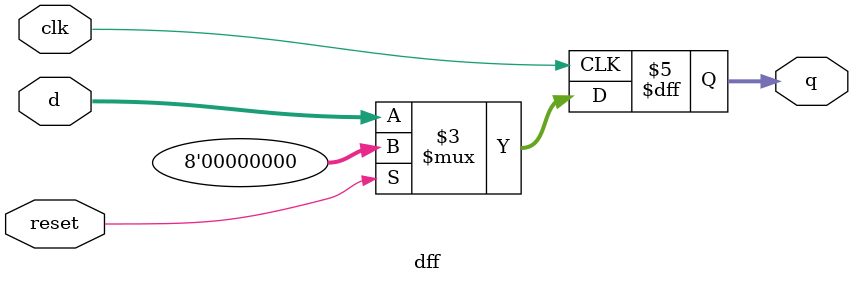
<source format=v>
module dff(d, clk, reset, q);
	input [7:0] d;
	input clk, reset;
	output reg [7:0] q;
	
	always @(posedge clk) begin 
		if (reset) q <= 8'b0;
		else q <= d;
	end
endmodule

</source>
